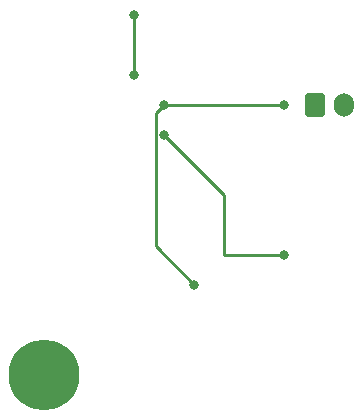
<source format=gbr>
%TF.GenerationSoftware,KiCad,Pcbnew,7.0.8*%
%TF.CreationDate,2023-10-16T16:24:13-07:00*%
%TF.ProjectId,KiCad_Lab2_ConnorRoane,4b694361-645f-44c6-9162-325f436f6e6e,rev?*%
%TF.SameCoordinates,Original*%
%TF.FileFunction,Copper,L2,Bot*%
%TF.FilePolarity,Positive*%
%FSLAX46Y46*%
G04 Gerber Fmt 4.6, Leading zero omitted, Abs format (unit mm)*
G04 Created by KiCad (PCBNEW 7.0.8) date 2023-10-16 16:24:13*
%MOMM*%
%LPD*%
G01*
G04 APERTURE LIST*
G04 Aperture macros list*
%AMRoundRect*
0 Rectangle with rounded corners*
0 $1 Rounding radius*
0 $2 $3 $4 $5 $6 $7 $8 $9 X,Y pos of 4 corners*
0 Add a 4 corners polygon primitive as box body*
4,1,4,$2,$3,$4,$5,$6,$7,$8,$9,$2,$3,0*
0 Add four circle primitives for the rounded corners*
1,1,$1+$1,$2,$3*
1,1,$1+$1,$4,$5*
1,1,$1+$1,$6,$7*
1,1,$1+$1,$8,$9*
0 Add four rect primitives between the rounded corners*
20,1,$1+$1,$2,$3,$4,$5,0*
20,1,$1+$1,$4,$5,$6,$7,0*
20,1,$1+$1,$6,$7,$8,$9,0*
20,1,$1+$1,$8,$9,$2,$3,0*%
G04 Aperture macros list end*
%TA.AperFunction,ComponentPad*%
%ADD10C,6.000000*%
%TD*%
%TA.AperFunction,ComponentPad*%
%ADD11RoundRect,0.250000X-0.600000X-0.750000X0.600000X-0.750000X0.600000X0.750000X-0.600000X0.750000X0*%
%TD*%
%TA.AperFunction,ComponentPad*%
%ADD12O,1.700000X2.000000*%
%TD*%
%TA.AperFunction,ViaPad*%
%ADD13C,0.800000*%
%TD*%
%TA.AperFunction,Conductor*%
%ADD14C,0.250000*%
%TD*%
%TA.AperFunction,Conductor*%
%ADD15C,0.254000*%
%TD*%
G04 APERTURE END LIST*
D10*
%TO.P,REF\u002A\u002A,1*%
%TO.N,N/C*%
X88900000Y-88900000D03*
%TD*%
D11*
%TO.P,J1,1,Pin_1*%
%TO.N,+9V*%
X111800000Y-66040000D03*
D12*
%TO.P,J1,2,Pin_2*%
%TO.N,GND*%
X114300000Y-66040000D03*
%TD*%
D13*
%TO.N,/pin_2*%
X99060000Y-68580000D03*
%TO.N,GND*%
X96520000Y-58420000D03*
X96520000Y-63500000D03*
%TO.N,/pin_2*%
X109220000Y-78740000D03*
%TO.N,+9V*%
X101600000Y-81280000D03*
X99060000Y-66040000D03*
X109220000Y-66040000D03*
%TD*%
D14*
%TO.N,/pin_2*%
X104140000Y-73660000D02*
X99060000Y-68580000D01*
X104140000Y-78740000D02*
X104140000Y-73660000D01*
X104140000Y-78740000D02*
X109220000Y-78740000D01*
D15*
%TO.N,GND*%
X96520000Y-63500000D02*
X96520000Y-58420000D01*
D14*
%TO.N,+9V*%
X98335000Y-78015000D02*
X101600000Y-81280000D01*
X98335000Y-66765000D02*
X98335000Y-78015000D01*
X99060000Y-66040000D02*
X98335000Y-66765000D01*
X109220000Y-66040000D02*
X99060000Y-66040000D01*
X111800000Y-66040000D02*
X111072500Y-66767500D01*
%TD*%
M02*

</source>
